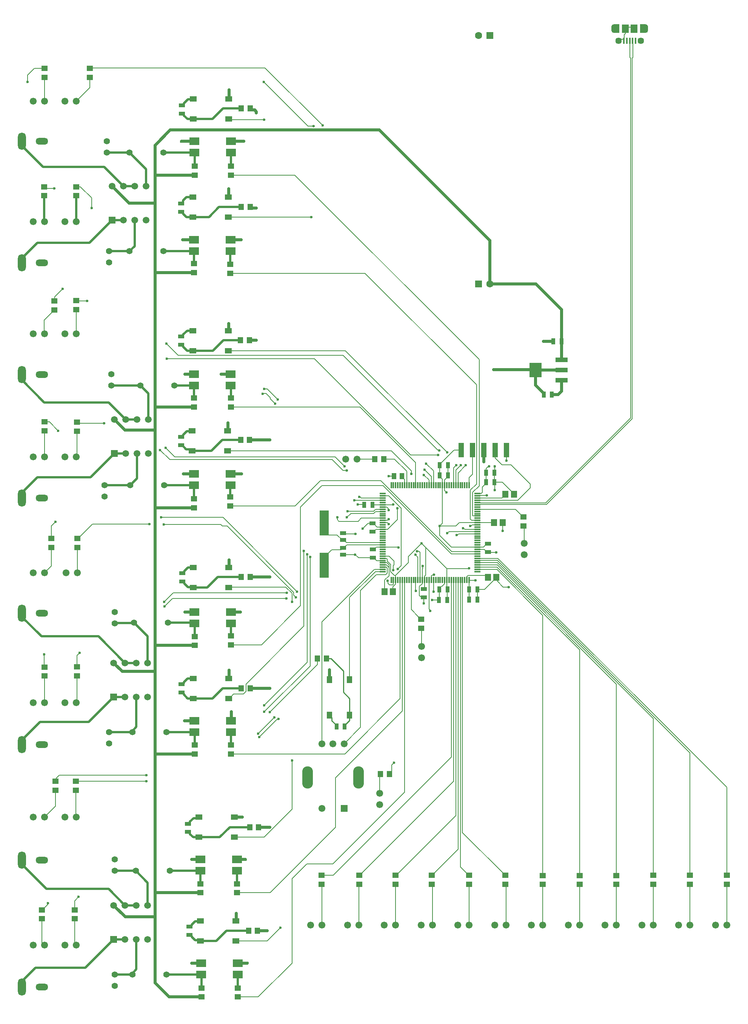
<source format=gtl>
G04*
G04 #@! TF.GenerationSoftware,Altium Limited,Altium Designer,25.3.3 (18)*
G04*
G04 Layer_Physical_Order=1*
G04 Layer_Color=255*
%FSLAX44Y44*%
%MOMM*%
G71*
G04*
G04 #@! TF.SameCoordinates,B03FB70F-F8BE-43E9-B780-EF2A816BF6E4*
G04*
G04*
G04 #@! TF.FilePolarity,Positive*
G04*
G01*
G75*
%ADD13C,0.2540*%
%ADD14C,0.1651*%
%ADD15C,0.5080*%
%ADD17C,0.5000*%
%ADD18R,1.5000X1.9000*%
%ADD19R,0.4000X1.3500*%
%ADD20R,0.3500X1.3500*%
%ADD21R,1.3500X0.3500*%
%ADD22R,1.4500X1.2000*%
%ADD23R,1.2700X3.1800*%
%ADD24R,0.9500X1.4000*%
%ADD25R,1.2000X1.4500*%
%ADD26R,1.3000X1.5500*%
%ADD27R,1.4000X0.9500*%
%ADD28R,1.5500X1.3000*%
%ADD29R,2.7000X1.0000*%
%ADD30R,2.7000X3.3000*%
%ADD31R,1.4000X1.5000*%
%ADD32R,1.4549X1.5562*%
%ADD33R,1.0000X1.3500*%
%ADD34R,2.1000X5.6000*%
%ADD35R,1.3500X0.9500*%
%ADD36R,2.2000X1.7000*%
%ADD57R,1.5500X1.5500*%
%ADD58C,1.5500*%
G04:AMPARAMS|DCode=59|XSize=2.4mm|YSize=5mm|CornerRadius=1.2mm|HoleSize=0mm|Usage=FLASHONLY|Rotation=180.000|XOffset=0mm|YOffset=0mm|HoleType=Round|Shape=RoundedRectangle|*
%AMROUNDEDRECTD59*
21,1,2.4000,2.6000,0,0,180.0*
21,1,0.0000,5.0000,0,0,180.0*
1,1,2.4000,0.0000,1.3000*
1,1,2.4000,0.0000,1.3000*
1,1,2.4000,0.0000,-1.3000*
1,1,2.4000,0.0000,-1.3000*
%
%ADD59ROUNDEDRECTD59*%
%ADD61C,0.6350*%
G04:AMPARAMS|DCode=62|XSize=1.524mm|YSize=0.762mm|CornerRadius=0mm|HoleSize=0mm|Usage=FLASHONLY|Rotation=270.000|XOffset=0mm|YOffset=0mm|HoleType=Round|Shape=RoundedRectangle|*
%AMROUNDEDRECTD62*
21,1,1.5240,0.7620,0,0,270.0*
21,1,1.5240,0.7620,0,0,270.0*
1,1,0.0000,-0.3810,-0.7620*
1,1,0.0000,-0.3810,0.7620*
1,1,0.0000,0.3810,0.7620*
1,1,0.0000,0.3810,-0.7620*
%
%ADD62ROUNDEDRECTD62*%
%ADD63C,1.4500*%
%ADD64O,1.8000X3.9000*%
%ADD65O,2.8000X1.5000*%
%ADD66C,1.5000*%
%ADD67R,1.5000X1.5000*%
%ADD68C,1.4000*%
%ADD69R,1.6000X1.6000*%
%ADD70C,1.6000*%
%ADD71C,0.6000*%
G36*
X1371720Y2276420D02*
Y2285420D01*
X1366720D01*
X1366720Y2276420D01*
X1371720D01*
D02*
G37*
G36*
X1384720Y2271420D02*
Y2290420D01*
X1371720D01*
Y2271420D01*
X1384720D01*
D02*
G37*
G36*
X1430720Y2290420D02*
Y2271420D01*
X1443720D01*
Y2290420D01*
X1430720D01*
D02*
G37*
G36*
X1443720Y2285420D02*
Y2276420D01*
X1448720D01*
X1448720Y2285420D01*
X1443720D01*
D02*
G37*
D13*
X765423Y792868D02*
Y840458D01*
X737200Y868680D02*
X765423Y840458D01*
X727390Y868680D02*
X737200D01*
X765423Y792868D02*
X779420Y778870D01*
Y741300D02*
Y778870D01*
X768350Y718530D02*
X779420Y729600D01*
Y741300D01*
X768350Y716280D02*
Y718530D01*
X749850Y716280D02*
Y718530D01*
X739650Y728730D02*
X749850Y718530D01*
X739650Y728730D02*
Y736070D01*
X734420Y741300D02*
X739650Y736070D01*
D14*
X1414790Y2216160D02*
Y2257070D01*
X1413250Y2214620D02*
X1414790Y2216160D01*
X1408290Y2216330D02*
X1410202Y2214418D01*
Y1407662D02*
Y2214418D01*
X1408290Y2216330D02*
Y2257070D01*
X1413250Y1406400D02*
Y2214620D01*
X942721Y1069388D02*
X943546Y1070213D01*
X1066370Y1218120D02*
X1067231Y1217259D01*
X868680Y1033780D02*
X876653D01*
X877620Y1034747D02*
Y1044370D01*
X1220947Y1214096D02*
X1411465Y1404614D01*
X1067231Y1217259D02*
X1074503D01*
X1074618Y1217144D01*
X1410202Y1407662D02*
X1410202D01*
X1219684Y1217144D02*
X1410202Y1407662D01*
X1074618Y1214096D02*
X1220947D01*
X1067231Y1213981D02*
X1074503D01*
X1411465Y1404614D02*
X1411465D01*
X1129080Y1236480D02*
Y1236980D01*
X1106170Y1318260D02*
Y1336040D01*
Y1318260D02*
X1121410Y1303020D01*
X1104900Y1245870D02*
Y1262994D01*
X1104244Y1263650D02*
X1104900Y1262994D01*
Y1285896D02*
Y1299210D01*
X1104244Y1285240D02*
X1104900Y1285896D01*
X1066370Y1233120D02*
X1067030Y1233780D01*
X1086460D02*
X1087120Y1234440D01*
X1067030Y1233780D02*
X1086460D01*
X1104244Y1263650D02*
X1121910D01*
X1148080Y1237480D01*
Y1236980D02*
Y1237480D01*
X1120795Y1228195D02*
X1129080Y1236480D01*
X1141730Y1303020D02*
X1184910Y1259840D01*
X1066445Y1228195D02*
X1120795D01*
X992620Y1245120D02*
X996950Y1240790D01*
X992620Y1245120D02*
Y1256870D01*
X1383290Y2257070D02*
X1395290D01*
X1066370Y1223120D02*
X1157080D01*
X1184910Y1250950D01*
X864870Y1042670D02*
X865775Y1041765D01*
X876653Y1033780D02*
X877620Y1034747D01*
X865775Y1036685D02*
X868680Y1033780D01*
X865775Y1036685D02*
Y1041765D01*
X1047900Y1043940D02*
X1061720D01*
X1047545Y1044295D02*
X1047900Y1043940D01*
X1047080Y1069940D02*
X1047750Y1070610D01*
X949960Y1117600D02*
X997620Y1069940D01*
X799064Y1094380D02*
X831850D01*
X791977Y1101467D02*
X799064Y1094380D01*
X820780Y1171300D02*
X830580D01*
X808990Y1159510D02*
X820780Y1171300D01*
X1053830Y1168120D02*
X1066370D01*
X949960Y1055370D02*
Y1117600D01*
X1184910Y1250950D02*
Y1259840D01*
X947620Y1053030D02*
X949960Y1055370D01*
X941070Y1126490D02*
X949960Y1117600D01*
X931146Y1108474D02*
X935071D01*
X937620Y1105925D01*
X942721Y1044471D02*
Y1069388D01*
X943546Y1075626D02*
X943610Y1075690D01*
X943546Y1070213D02*
Y1075626D01*
X1050290Y1245870D02*
X1064260Y1259840D01*
X1050290Y1181100D02*
X1053195Y1178195D01*
X97470Y1922780D02*
X116840D01*
X93980Y1926270D02*
X97470Y1922780D01*
X200660Y1878330D02*
Y1901190D01*
X175580Y1926270D02*
X200660Y1901190D01*
X166370Y1926270D02*
X175580D01*
X93980Y1596390D02*
Y1627190D01*
X116840Y1650050D01*
X110490Y1075690D02*
Y1121289D01*
X95250Y1060450D02*
X110490Y1075690D01*
Y1137760D02*
Y1165860D01*
X119380Y1174750D01*
X128270Y607060D02*
X323850D01*
X121374Y600164D02*
X128270Y607060D01*
X121374Y594924D02*
Y600164D01*
X119380Y592930D02*
X121374Y594924D01*
X95250Y513240D02*
X119380Y537370D01*
Y572930D01*
X946150Y991870D02*
Y1005480D01*
X964872Y999770D02*
X965152Y999490D01*
X980080D01*
X57150Y2161540D02*
Y2176780D01*
X72070Y2191700D01*
X95250D01*
X685800Y2062480D02*
X698500D01*
X586740Y2161540D02*
X685800Y2062480D01*
X166370Y2118360D02*
X196850Y2148840D01*
Y2171700D01*
Y2192970D02*
X589600Y2192970D01*
X1395290Y2257070D02*
Y2267032D01*
X1398290Y2270033D01*
Y2284070D01*
X1418290D01*
X1074618Y1217144D02*
X1219684D01*
X764540Y1101330D02*
X764677Y1101467D01*
X791977D01*
X765570Y1148080D02*
X792480D01*
X764540Y1149110D02*
X765570Y1148080D01*
X834100Y1094380D02*
X840360Y1088120D01*
X853870D01*
X797560Y1214120D02*
X811170D01*
X812440Y1212850D01*
X1104244Y1263650D02*
Y1285240D01*
X1108710Y1050290D02*
X1111021Y1047979D01*
X1123950Y1028700D02*
X1136650D01*
X1111021Y1041629D02*
X1123950Y1028700D01*
X1111021Y1041629D02*
Y1047979D01*
X1090570Y1106170D02*
X1108710D01*
X1089660Y1107080D02*
X1090570Y1106170D01*
X1110258Y1073120D02*
X1295400Y887978D01*
X1110646Y1078120D02*
X1377950Y810816D01*
X1111348Y1088195D02*
X1543050Y656493D01*
X1212850Y381950D02*
Y965140D01*
X1111035Y1083120D02*
X1460500Y733655D01*
X1109945Y1068045D02*
X1212850Y965140D01*
X1066445Y1068045D02*
X1109945D01*
X1111811Y1093120D02*
X1625600Y579331D01*
X1066370Y1073120D02*
X1110258D01*
X1295400Y381950D02*
Y887978D01*
X1082540Y1023620D02*
X1108710Y1049790D01*
X1065890Y1023620D02*
X1082540D01*
X1065890Y1000760D02*
Y1023620D01*
X980080Y999490D02*
X980440Y999850D01*
Y1023620D01*
X992620Y1035800D02*
Y1044370D01*
X986805Y1029985D02*
X992620Y1035800D01*
X984555Y1029985D02*
X986805D01*
X980440Y1023620D02*
Y1025870D01*
X984555Y1029985D01*
X1012620Y1295830D02*
X1018540Y1301750D01*
X1012620Y1256870D02*
Y1295830D01*
X1254799Y1468122D02*
X1255050Y1468373D01*
X734060Y821160D02*
X734420Y820800D01*
X1035060Y1160780D02*
X1037720Y1158120D01*
X1033780Y1160780D02*
X1035060D01*
X1037720Y1158120D02*
X1066370D01*
X998220Y1149350D02*
X998425D01*
X1002195Y1153120D01*
X1066370D01*
X1050290Y1165860D02*
X1051570D01*
X1053830Y1168120D01*
X1025253Y1173120D02*
X1066370D01*
X1103320D01*
X1053195Y1178195D02*
X1066295D01*
X1064260Y1259840D02*
Y1482090D01*
X446520Y185420D02*
X446680Y185580D01*
X549730D02*
X550117Y185966D01*
X524510Y280110D02*
X525083Y280683D01*
X444340Y417830D02*
X444500Y417990D01*
X545666D02*
X546126Y417531D01*
X521080Y512880D02*
X521280Y513080D01*
X430370Y1206500D02*
X430530Y1206660D01*
X600071Y1051560D02*
X600411Y1051220D01*
X508380Y1072790D02*
X509270Y1073680D01*
X508380Y823870D02*
X509270Y824760D01*
X546925Y811085D02*
X676910Y941070D01*
X519530Y788770D02*
X541240D01*
X676910Y941070D02*
Y1109980D01*
X541240Y788770D02*
X546925Y794455D01*
Y811085D01*
X513440Y728620D02*
X514350Y727710D01*
X513440Y728620D02*
Y728980D01*
X507110Y1603650D02*
X508000Y1604540D01*
X505840Y1378860D02*
X506730Y1379750D01*
X507110Y1903370D02*
X508000Y1904260D01*
X401802Y2027740D02*
X402252Y2028190D01*
X541671D02*
X541706Y2028225D01*
X508380Y2123080D02*
X509270Y2123970D01*
X1074503Y1213981D02*
X1074618Y1214096D01*
X742590Y382110D02*
X1007620Y647140D01*
Y1044370D02*
X1007695Y1044445D01*
X1007620Y647140D02*
Y1044370D01*
X1377950Y381950D02*
Y810816D01*
X1066370Y1093120D02*
X1111811D01*
X1027620Y400990D02*
Y1044370D01*
X1046500Y382110D02*
X1047750D01*
X1027620Y400990D02*
X1046500Y382110D01*
X1032620Y478520D02*
Y1044370D01*
X883900Y382110D02*
X1017620Y515830D01*
Y1044370D01*
X1066370Y1078120D02*
X1110646D01*
X1066370Y1083120D02*
X1111035D01*
X807985Y388725D02*
X1012620Y593360D01*
Y1044370D01*
X1066445Y1088195D02*
X1111348D01*
X970545Y388725D02*
X1022620Y440800D01*
Y1044370D01*
X1047750Y270510D02*
Y362110D01*
X1212850Y270510D02*
Y361950D01*
X963930Y382110D02*
X965180D01*
X970545Y387475D01*
Y388725D01*
X1295400Y270510D02*
Y361950D01*
X716280Y382110D02*
X742590D01*
X1625600D02*
Y579331D01*
X1460500Y270510D02*
Y362110D01*
X801370Y382110D02*
X802620D01*
X807985Y387475D01*
Y388725D01*
X882650Y382110D02*
X883900D01*
X1032620Y478520D02*
X1129030Y382110D01*
X1460500D02*
Y733655D01*
X1543050Y382110D02*
Y656493D01*
X1377950Y270510D02*
Y361950D01*
X1543050Y270510D02*
Y362110D01*
X882650Y270510D02*
Y362110D01*
X963930D02*
X965200Y360840D01*
Y270510D02*
Y360840D01*
X716280Y362110D02*
X717550Y360840D01*
Y270510D02*
Y360840D01*
X1129030Y362110D02*
X1130300Y360840D01*
Y270510D02*
Y360840D01*
X800100Y270510D02*
Y360840D01*
X801370Y362110D01*
X1625600Y270510D02*
Y362110D01*
X1066370Y1088120D02*
X1066445Y1088195D01*
X1066370Y1068120D02*
X1066445Y1068045D01*
X1411465Y1404614D02*
X1413250Y1406400D01*
X1066370Y1213120D02*
X1067231Y1213981D01*
X1023670Y1148120D02*
X1066370D01*
X1021090Y1145540D02*
X1023670Y1148120D01*
X1019810Y1145540D02*
X1021090D01*
X654050Y1010920D02*
X659130Y1005840D01*
X654050Y1010920D02*
Y1016308D01*
X504498Y1165860D02*
X654050Y1016308D01*
X494030Y1165860D02*
X504498D01*
X490733Y1169156D02*
X494030Y1165860D01*
X362300Y1169156D02*
X490733D01*
X202230Y1169670D02*
X330200D01*
X170160Y1137600D02*
X202230Y1169670D01*
X168910Y1137600D02*
X170160D01*
X669290Y986790D02*
Y1207770D01*
X383710Y1016000D02*
X638810D01*
X356543Y1184734D02*
X495476D01*
X661670Y1018540D01*
X509290Y1028700D02*
X636270D01*
X650240Y995680D02*
Y1014730D01*
X636270Y1028700D02*
X650240Y1014730D01*
X895350Y1076960D02*
Y1205230D01*
X887730Y1069340D02*
X895350Y1076960D01*
X882620Y1054295D02*
X911393Y1083067D01*
X867460Y1233120D02*
X895350Y1205230D01*
X911393Y1083067D02*
Y1096813D01*
X882620Y1044370D02*
Y1054295D01*
X877590Y1076975D02*
X878840Y1078225D01*
Y1087120D01*
X877590Y1066800D02*
Y1076975D01*
X911393Y1096813D02*
X941070Y1126490D01*
X1047545Y1022767D02*
Y1044295D01*
X882545Y1034910D02*
Y1044370D01*
X932545Y1044445D02*
Y1095645D01*
X927100Y1101090D02*
X932545Y1095645D01*
X867840Y1098120D02*
X878840Y1087120D01*
X853870Y1078120D02*
X853945Y1078045D01*
X862323D01*
X867605Y1072763D02*
Y1078035D01*
Y1053950D02*
Y1072763D01*
X871415Y1062795D02*
X879915Y1054295D01*
X862520Y1083120D02*
X867605Y1078035D01*
X853870Y1098120D02*
X867840D01*
X863795Y1087233D02*
X871415Y1079613D01*
X858154Y1044499D02*
X867605Y1053950D01*
X871415Y1062795D02*
Y1079613D01*
X862323Y1078045D02*
X867605Y1072763D01*
X932545Y1044445D02*
X932620Y1044370D01*
X937620D02*
Y1105925D01*
X930910Y1108710D02*
X931146Y1108474D01*
X879915Y1054295D02*
X881865D01*
X863795Y1087233D02*
Y1091185D01*
X853945Y1073045D02*
X861935D01*
X863795Y1071185D01*
X853870Y1083120D02*
X862520D01*
X863795Y1060055D02*
Y1071185D01*
X861935Y1093045D02*
X863795Y1091185D01*
X853945Y1093045D02*
X861935D01*
X1007785Y1118195D02*
X1066295D01*
X981710Y1144270D02*
X1007785Y1118195D01*
X981710Y1144270D02*
Y1165860D01*
X834515Y1068195D02*
X853795D01*
X717080Y950760D02*
X834515Y1068195D01*
X853870Y1173120D02*
X863923D01*
X867373Y1169670D01*
X867410D01*
X832830Y1171300D02*
X841010Y1163120D01*
X1047620Y1273680D02*
X1055370Y1281430D01*
X1047620Y1256870D02*
Y1273680D01*
X1066445Y1113045D02*
X1081515D01*
X1087410Y1107080D02*
X1089660D01*
X1081515Y1113045D02*
X1083295Y1111265D01*
Y1111195D02*
X1087410Y1107080D01*
X1083295Y1111195D02*
Y1111265D01*
X957695Y979065D02*
Y1044295D01*
Y979065D02*
X960120Y976640D01*
Y975360D02*
Y976640D01*
X917620Y978330D02*
Y1044370D01*
X853870Y1233120D02*
X867460D01*
X1042695Y1044445D02*
Y1052435D01*
X1044555Y1054295D02*
X1085705D01*
X1042695Y1052435D02*
X1044555Y1054295D01*
X987695Y1171845D02*
Y1256795D01*
X962620Y1256870D02*
Y1276390D01*
X947420Y1291590D02*
X962620Y1276390D01*
X773330Y1123120D02*
X853870D01*
X766540Y1116330D02*
X773330Y1123120D01*
X772530Y1128120D02*
X853870D01*
X1017620Y1256870D02*
Y1290670D01*
X947620Y1025450D02*
Y1053030D01*
X902620Y1256870D02*
Y1269980D01*
X805160Y1228120D02*
X853870D01*
X1055370Y1188939D02*
Y1240790D01*
X1066370Y1203120D02*
X1151320D01*
X997620Y1024940D02*
Y1044370D01*
X962620D02*
Y1053702D01*
X967968Y1055755D02*
X968873Y1056660D01*
X964673Y1055755D02*
X967968D01*
X962620Y1053702D02*
X964673Y1055755D01*
X897695Y750375D02*
Y1044295D01*
X803910Y1021080D02*
X839470Y1056640D01*
X987545Y1256945D02*
Y1270699D01*
X981604Y1276640D02*
X987545Y1270699D01*
X981604Y1278890D02*
Y1301750D01*
Y1276640D02*
Y1278890D01*
X805295Y1183195D02*
X853795D01*
X838150Y1158120D02*
X853870D01*
X830580Y1152800D02*
X832830D01*
X838150Y1158120D01*
X853945Y1118045D02*
X888555D01*
X889000Y1117600D01*
X834100Y1112880D02*
X839340Y1118120D01*
X831850Y1112880D02*
X834100D01*
X782320Y1193800D02*
X833518D01*
X774700Y1198880D02*
X833210D01*
X997620Y1069940D02*
X1047080D01*
X935975Y1009665D02*
X937989Y1007651D01*
X1074290Y1238120D02*
X1076960Y1240790D01*
X1007620Y1103120D02*
X1066370D01*
X927545Y1020635D02*
Y1044295D01*
Y1020635D02*
X928370Y1019810D01*
X864593Y1158120D02*
X886460Y1179987D01*
Y1205230D01*
X946150Y1280160D02*
X957620Y1268690D01*
X863175Y1208195D02*
X866505Y1204865D01*
X789995Y1223065D02*
X853815D01*
X902620Y568610D02*
Y1044370D01*
X967680Y1018600D02*
Y1044310D01*
X1008380Y1108120D02*
X1066370D01*
X779420Y1005480D02*
X837060Y1063120D01*
X853870Y1178120D02*
X863453D01*
X866433Y1181100D01*
X867410D01*
X853870Y1213120D02*
X875290D01*
X831210D02*
X853870D01*
X813910Y1732440D02*
X1064260Y1482090D01*
X892620Y778320D02*
Y1044370D01*
X876666Y1018540D02*
Y1029031D01*
X656430Y1952150D02*
X1069975Y1538605D01*
X853870Y1093120D02*
X853945Y1093045D01*
X853795Y1068195D02*
X853870Y1068120D01*
X1066370Y1113120D02*
X1066445Y1113045D01*
X987545Y1256945D02*
X987620Y1256870D01*
X987695Y1256795D01*
X1069975Y1255395D02*
Y1538605D01*
X1056114Y1188195D02*
X1066295D01*
X1066370Y1188120D01*
X837060Y1063120D02*
X853870D01*
X841010Y1163120D02*
X853870D01*
X833518Y1193800D02*
X837838Y1198120D01*
X853870D01*
X957620Y1044370D02*
X957695Y1044295D01*
X1042620Y1044370D02*
X1042695Y1044445D01*
X853870Y1158120D02*
X864593D01*
X853870Y1118120D02*
X853945Y1118045D01*
X839340Y1118120D02*
X853870D01*
X1066370Y1228120D02*
X1066445Y1228195D01*
X957620Y1256870D02*
Y1268690D01*
X927545Y1044295D02*
X927620Y1044370D01*
X1050290Y1181100D02*
Y1245870D01*
X1066295Y1178195D02*
X1066370Y1178120D01*
X935975Y1009665D02*
Y1030045D01*
X942389Y1036459D01*
Y1044139D02*
X942620Y1044370D01*
X942389Y1036459D02*
Y1044139D01*
X853870Y1088120D02*
X854005Y1088255D01*
X876666Y1029031D02*
X882545Y1034910D01*
X897620Y1044370D02*
X897695Y1044295D01*
X839470Y1056640D02*
X860380D01*
X863795Y1060055D01*
X853870Y1073120D02*
X853945Y1073045D01*
X853795Y1183195D02*
X853870Y1183120D01*
X833210Y1198880D02*
X837450Y1203120D01*
X853870D01*
X1066370Y1238120D02*
X1074290D01*
X853870Y1208120D02*
X853945Y1208195D01*
X863175D01*
X853815Y1223065D02*
X853870Y1223120D01*
X967620Y1044370D02*
X967680Y1044310D01*
X1066370Y1148120D02*
X1067025Y1147465D01*
X1066295Y1118195D02*
X1066370Y1118120D01*
X1121410Y1303020D02*
X1141730D01*
X768510Y654210D02*
X892620Y778320D01*
X513080Y654210D02*
X768510D01*
X967620Y1256870D02*
Y1289170D01*
X951230Y1305560D02*
X967620Y1289170D01*
X1087410Y1125580D02*
X1089660D01*
X1079950Y1118120D02*
X1087410Y1125580D01*
X1066370Y1118120D02*
X1079950D01*
X830940Y1212850D02*
X831210Y1213120D01*
X876290Y1214120D02*
X877570D01*
X875290Y1213120D02*
X876290Y1214120D01*
X1000104Y1276640D02*
Y1278890D01*
X992620Y1269156D02*
X1000104Y1276640D01*
X992620Y1256870D02*
Y1269156D01*
X967680Y1018600D02*
X967740Y1018540D01*
X741680Y407670D02*
X902620Y568610D01*
X683260Y407670D02*
X741680D01*
X650240Y374650D02*
X683260Y407670D01*
X650240Y185420D02*
Y374650D01*
X574520Y109700D02*
X650240Y185420D01*
X528320Y109700D02*
X574520D01*
X789940Y1223010D02*
X789995Y1223065D01*
X866505Y1202325D02*
X867410Y1201420D01*
X866505Y1202325D02*
Y1204865D01*
X1022695Y1284315D02*
X1040130Y1301750D01*
X1022695Y1256945D02*
Y1284315D01*
X1022620Y1256870D02*
X1022695Y1256945D01*
X927545D02*
X927620Y1256870D01*
X927545Y1256945D02*
Y1307655D01*
X802480Y1432720D02*
X927545Y1307655D01*
X513080Y1432720D02*
X802480D01*
X907620Y1256870D02*
X907695Y1256945D01*
Y1288135D01*
X880110Y1315720D02*
X907695Y1288135D01*
X855820Y1315720D02*
X880110D01*
X1085744Y1261400D02*
Y1263650D01*
X1076960Y1252616D02*
X1085744Y1261400D01*
X1076960Y1240790D02*
Y1252616D01*
X937989Y1007651D02*
X943979D01*
X946150Y1005480D01*
X773430Y1184910D02*
X782320Y1193800D01*
X751840Y1179840D02*
Y1184910D01*
Y1179840D02*
X755660Y1176020D01*
X798120D01*
X805295Y1183195D01*
X803910Y713960D02*
Y1021080D01*
X767080Y677130D02*
X803910Y713960D01*
X748030Y600710D02*
X897695Y750375D01*
X748030Y490220D02*
Y600710D01*
X601030Y343220D02*
X748030Y490220D01*
X527050Y343220D02*
X601030D01*
X997620Y1044370D02*
Y1069940D01*
Y1024940D02*
X998940Y1023620D01*
X1055370Y1188939D02*
X1056114Y1188195D01*
X1055370Y1240790D02*
X1069975Y1255395D01*
X513080Y1952150D02*
X656430D01*
X802650Y1230630D02*
X805160Y1228120D01*
X801370Y1230630D02*
X802650D01*
X946150Y1023980D02*
X947620Y1025450D01*
X766540Y1134110D02*
X772530Y1128120D01*
X764540Y1134110D02*
X766540D01*
X917620Y978330D02*
X933185Y962765D01*
Y961515D02*
Y962765D01*
Y961515D02*
X938550Y956150D01*
X939800D01*
X1103320Y1173120D02*
X1103680Y1173480D01*
X511810Y1732440D02*
X813910D01*
X854710Y1256030D02*
X1007620Y1103120D01*
X849040Y1267460D02*
X1008380Y1108120D01*
X779420Y820800D02*
Y1005480D01*
X713740Y1267460D02*
X849040D01*
X656750Y1210470D02*
X713740Y1267460D01*
X511810Y1210470D02*
X656750D01*
X1047390Y1022613D02*
X1047545Y1022767D01*
X717550Y1256030D02*
X854710D01*
X669290Y1207770D02*
X717550Y1256030D01*
X581820Y899320D02*
X669290Y986790D01*
X513080Y899320D02*
X581820D01*
X1047390Y1000760D02*
Y1022613D01*
X1168420Y1186020D02*
X1169670D01*
X1151320Y1203120D02*
X1168420Y1186020D01*
X896730Y1275870D02*
Y1277620D01*
Y1275870D02*
X902620Y1269980D01*
X1017620Y1290670D02*
X1028700Y1301750D01*
X764540Y1116330D02*
X766540D01*
X981710Y1165860D02*
X987695Y1171845D01*
X1085705Y1054295D02*
X1089710Y1050290D01*
X1055370Y1281430D02*
Y1336040D01*
X830580Y1171300D02*
X832830D01*
X1017992Y1165860D02*
X1025253Y1173120D01*
X981710Y1165860D02*
X1017992D01*
X717080Y677130D02*
Y950760D01*
X95250Y1399380D02*
X105570D01*
X125730Y1379220D01*
X354330Y1336040D02*
X375920Y1314450D01*
X740410D01*
X764540Y1290320D01*
X773430D01*
X918210Y1282700D02*
Y1289050D01*
X873400Y1333860D02*
X918210Y1289050D01*
X746760Y1320800D02*
X768350Y1299210D01*
X367030Y1341120D02*
X387350Y1320800D01*
X746760D01*
X167640Y1398110D02*
X170020Y1395730D01*
X228600D01*
X167320Y1670050D02*
X190500D01*
X166370Y1671000D02*
X167320Y1670050D01*
X369570Y1540510D02*
X700078D01*
X915978Y1324610D01*
X977900D01*
X979535Y1335675D02*
X980440Y1334770D01*
X394970Y1548130D02*
X764540D01*
X976995Y1335675D02*
X979535D01*
X764540Y1548130D02*
X976995Y1335675D01*
X368300Y1574800D02*
X394970Y1548130D01*
X118090Y1671300D02*
Y1679240D01*
X135890Y1697040D01*
X116840Y1670050D02*
X118090Y1671300D01*
X769796Y1558650D02*
X998025Y1330421D01*
X981604Y1304000D02*
X1013644Y1336040D01*
X1085744Y1285240D02*
Y1294024D01*
X508380Y1027790D02*
X509290Y1028700D01*
X363550Y995840D02*
X383710Y1016000D01*
X588010Y763270D02*
X684530Y859790D01*
Y1102360D01*
X690880Y851801D02*
Y1096010D01*
X382270Y1003300D02*
X637540D01*
X587854Y748775D02*
X690880Y851801D01*
X364490Y985520D02*
X382270Y1003300D01*
X167640Y875030D02*
X173990Y881380D01*
X167640Y849470D02*
Y875030D01*
X93980Y850580D02*
X95250Y849310D01*
X93980Y850580D02*
Y877570D01*
X601615Y1450880D02*
Y1453245D01*
X591820Y1463040D02*
X601615Y1453245D01*
Y1450880D02*
X612315Y1440180D01*
X1085744Y1263650D02*
Y1285240D01*
X594360Y1473200D02*
X618490Y1449070D01*
X588010Y1473200D02*
X594360D01*
X584128Y1462299D02*
X584869Y1463040D01*
X591820D01*
X1085744Y1294024D02*
X1090930Y1299210D01*
X1092200D01*
X1131570Y1311910D02*
Y1336040D01*
X600710Y748030D02*
X707390Y854710D01*
Y868680D01*
X507470Y1858010D02*
X693420D01*
X507110Y1858370D02*
X507470Y1858010D01*
X589600Y2192970D02*
X718820Y2063750D01*
X508380Y2078080D02*
X510010Y2076450D01*
X588010D01*
X507110Y1558650D02*
X769796D01*
X1013644Y1336040D02*
X1029970D01*
X505840Y1333860D02*
X873400D01*
X873885Y630035D02*
X878840Y634990D01*
Y635000D01*
X873885Y614965D02*
Y630035D01*
X868520Y609600D02*
X873885Y614965D01*
X509630Y778870D02*
X519530Y788770D01*
X508380Y778870D02*
X509630D01*
X722630Y1155220D02*
X732495Y1145355D01*
X751295D02*
X762540Y1134110D01*
X722630Y1155220D02*
Y1172720D01*
X732495Y1145355D02*
X751295D01*
X762540Y1134110D02*
X764540D01*
X760425Y1112215D02*
X764540Y1116330D01*
X722630Y1095220D02*
X739625Y1112215D01*
X760425D01*
X165100Y593090D02*
X323850D01*
X650240Y530770D02*
Y640080D01*
X587350Y467880D02*
X650240Y530770D01*
X521080Y467880D02*
X587350D01*
X88900Y304800D02*
X90150D01*
X101965Y316615D01*
Y319135D01*
X102870Y320040D01*
X574035Y700302D02*
X574303D01*
X610601Y736600D01*
X610870D01*
X616315Y731885D02*
X618855D01*
X576580Y692150D02*
X616315Y731885D01*
X1000104Y1278890D02*
Y1301750D01*
X618855Y731885D02*
X619760Y732790D01*
X162560Y325120D02*
X171450Y334010D01*
X162560Y304800D02*
Y325120D01*
X594066Y235110D02*
X623864Y264909D01*
X524510Y235110D02*
X594066D01*
X858154Y1018540D02*
Y1044499D01*
X981604Y1301750D02*
Y1304000D01*
X722630Y1077720D02*
Y1095220D01*
X835460Y1315360D02*
X835820Y1315720D01*
X795800Y1315360D02*
X835460D01*
X998580Y1023260D02*
X998940Y1023620D01*
X998580Y999490D02*
Y1023260D01*
X939800Y936150D02*
X941070Y934880D01*
Y895350D02*
Y934880D01*
X1169670Y1166020D02*
X1170940Y1164750D01*
Y1126490D02*
Y1164750D01*
X162560Y226220D02*
Y284800D01*
X88900Y226220D02*
Y284800D01*
X165100Y513240D02*
Y573090D01*
X167640Y769620D02*
Y829470D01*
X95250Y769620D02*
Y829310D01*
X168910Y1060450D02*
Y1117600D01*
X167640Y1320800D02*
Y1378110D01*
X95250Y1320800D02*
Y1379380D01*
X166370Y1596390D02*
Y1651000D01*
X847090Y566420D02*
Y608170D01*
X848520Y609600D01*
X95250Y2118360D02*
Y2171700D01*
X867410Y1277620D02*
X878730D01*
X1122680Y1154430D02*
Y1173480D01*
D15*
X166370Y1847850D02*
Y1906270D01*
X93980Y1847850D02*
Y1906270D01*
Y1442720D02*
X238760D01*
X42930Y1493770D02*
Y1505540D01*
Y1493770D02*
X93980Y1442720D01*
X493980Y1358900D02*
X534830D01*
X468940Y1333860D02*
X493980Y1358900D01*
X426340Y1333860D02*
X468940D01*
X422380Y1337820D02*
X426340Y1333860D01*
X412860Y1337820D02*
X422380D01*
X403570Y1347110D02*
X412860Y1337820D01*
X401320Y1347110D02*
X403570D01*
Y1365610D02*
X405780Y1367820D01*
Y1370070D01*
X413946Y1378236D01*
X425716D02*
X426340Y1378860D01*
X401320Y1365610D02*
X403570D01*
X413946Y1378236D02*
X425716D01*
X326390Y858520D02*
Y918210D01*
X295910Y948690D02*
X326390Y918210D01*
X327660Y1404620D02*
Y1463040D01*
X309880Y1480820D02*
X327660Y1463040D01*
X511810Y1752440D02*
Y1781450D01*
X512170Y1781810D01*
X430530Y1753710D02*
Y1781450D01*
X430170Y1781810D02*
X430530Y1781450D01*
Y1452720D02*
Y1480820D01*
X513080Y1452720D02*
Y1480270D01*
X512530Y1480820D02*
X513080Y1480270D01*
X511810Y1230470D02*
Y1256940D01*
X512170Y1257300D01*
X430530Y1226660D02*
Y1256940D01*
X430170Y1257300D02*
X430530Y1256940D01*
X513080Y919320D02*
Y947060D01*
X513440Y947420D01*
X431800Y917890D02*
Y947060D01*
X431440Y947420D02*
X431800Y947060D01*
X513080Y703220D02*
X513440Y703580D01*
X513080Y674210D02*
Y703220D01*
X431440Y703580D02*
X431800Y703220D01*
Y674210D02*
Y703220D01*
X527050Y363220D02*
Y392040D01*
X526500Y392590D02*
X527050Y392040D01*
X375920Y392430D02*
X444340D01*
X444500Y392590D01*
Y363220D02*
Y392590D01*
X528320Y159820D02*
X528680Y160180D01*
X528320Y129700D02*
Y159820D01*
X447040Y129540D02*
Y159820D01*
X446680Y160180D02*
X447040Y159820D01*
X446520Y160020D02*
X446680Y160180D01*
X368300Y160020D02*
X446520D01*
X292020Y160100D02*
X292100Y160020D01*
X252810Y160100D02*
X292020D01*
X252730Y160180D02*
X252810Y160100D01*
X292100Y160020D02*
Y162434D01*
X300990Y171324D01*
Y238920D01*
X250190D02*
X275590D01*
X74930Y175260D02*
X186530D01*
X41360Y141690D02*
X74930Y175260D01*
X186530D02*
X250190Y238920D01*
X41360Y132240D02*
Y141690D01*
X252730Y392590D02*
X252810Y392510D01*
X299640D01*
X299720Y392430D01*
X326390Y365760D01*
Y315120D02*
Y365760D01*
X238920Y351790D02*
X275590Y315120D01*
X300990D01*
X99060Y351790D02*
X238920D01*
X41360Y409490D02*
Y416720D01*
Y409490D02*
X99060Y351790D01*
X250190Y782320D02*
X275590D01*
X194310Y726440D02*
X250190Y782320D01*
X41910Y683260D02*
X85090Y726440D01*
X194310D01*
X41910Y675640D02*
Y683260D01*
X368300Y703580D02*
X431440D01*
X240030D02*
X292100D01*
Y705994D01*
X300990Y714884D01*
Y782320D01*
X430170Y948690D02*
X431440Y947420D01*
X372110Y948690D02*
X430170D01*
X252730Y947420D02*
X253365Y948055D01*
X295275D01*
X295910Y948690D01*
X275590Y858520D02*
X300990D01*
X42630Y963668D02*
X88088Y918210D01*
X215900D01*
X275590Y858520D01*
X42630Y963668D02*
Y970280D01*
X503080Y257970D02*
X552610D01*
X480220Y235110D02*
X503080Y257970D01*
X445010Y235110D02*
X480220D01*
X510490Y490380D02*
X555150D01*
X487990Y467880D02*
X510490Y490380D01*
X441580Y467880D02*
X487990D01*
X494615Y801370D02*
X536100D01*
X472115Y778870D02*
X494615Y801370D01*
X428880Y778870D02*
X472115D01*
X483870Y1051560D02*
X536100D01*
X460100Y1027790D02*
X483870Y1051560D01*
X428880Y1027790D02*
X460100D01*
X496255Y1582420D02*
X534670D01*
X472485Y1558650D02*
X496255Y1582420D01*
X427610Y1558650D02*
X472485D01*
X495250Y2101850D02*
X536100D01*
X471480Y2078080D02*
X495250Y2101850D01*
X428880Y2078080D02*
X471480D01*
X405330Y2108920D02*
X407540Y2111130D01*
Y2113380D02*
X416486Y2122326D01*
X428126D02*
X428880Y2123080D01*
X403080Y2108920D02*
X405330D01*
X407540Y2111130D02*
Y2113380D01*
X416486Y2122326D02*
X428126D01*
X403080Y2090420D02*
X405330D01*
X407540Y2088210D01*
Y2085960D02*
Y2088210D01*
Y2085960D02*
X415420Y2078080D01*
X428880D01*
X420370Y267220D02*
X422620D01*
X424830Y269430D02*
Y271680D01*
X432616Y279466D02*
X444366D01*
X422620Y267220D02*
X424830Y269430D01*
Y271680D02*
X432616Y279466D01*
X444366D02*
X445010Y280110D01*
X420370Y248720D02*
X422620D01*
X424830Y244260D02*
Y246510D01*
X432616Y236474D02*
X443646D01*
X422620Y248720D02*
X424830Y246510D01*
Y244260D02*
X432616Y236474D01*
X443646D02*
X445010Y235110D01*
X416560Y479500D02*
X418810D01*
X421020Y477290D01*
Y475040D02*
Y477290D01*
Y475040D02*
X428180Y467880D01*
X441580D01*
X416560Y498000D02*
X418810D01*
X421020Y500210D02*
Y502460D01*
X429100Y510540D01*
X439240D01*
X441580Y512880D01*
X418810Y498000D02*
X421020Y500210D01*
X402590Y792120D02*
X404840D01*
X407050Y789910D01*
Y787660D02*
Y789910D01*
Y787660D02*
X415840Y778870D01*
X428880D01*
X402590Y810620D02*
X404840D01*
X407050Y812830D01*
Y815080D01*
X415840Y823870D01*
X428880D01*
X403860Y1059540D02*
X406110D01*
X408320Y1061750D01*
Y1064000D02*
X416486Y1072166D01*
X428256D02*
X428880Y1072790D01*
X416486Y1072166D02*
X428256D01*
X408320Y1061750D02*
Y1064000D01*
X403860Y1041040D02*
X406110D01*
X408320Y1036580D02*
Y1038830D01*
X416486Y1028414D02*
X428256D01*
X406110Y1041040D02*
X408320Y1038830D01*
Y1036580D02*
X416486Y1028414D01*
X428256D02*
X428880Y1027790D01*
X401320Y1571900D02*
X403570D01*
X405780Y1569690D01*
Y1567440D02*
Y1569690D01*
Y1567440D02*
X414570Y1558650D01*
X427610D01*
X401320Y1590400D02*
X403570D01*
X405780Y1592610D01*
Y1594860D01*
X414570Y1603650D01*
X427610D01*
X413660Y1903370D02*
X427610D01*
X405780Y1891060D02*
Y1895490D01*
X403570Y1888850D02*
X405780Y1891060D01*
X401320Y1888850D02*
X403570D01*
X405780Y1895490D02*
X413660Y1903370D01*
X401320Y1870350D02*
X403570D01*
X405780Y1868140D01*
Y1865890D02*
Y1868140D01*
Y1865890D02*
X413300Y1858370D01*
X427610D01*
X463910D01*
X486410Y1880870D01*
X536100D01*
X513080Y1972150D02*
Y2002430D01*
X513440Y2002790D01*
X431800Y1972150D02*
Y2002430D01*
X431440Y2002790D02*
X431800Y2002430D01*
X287020Y1257300D02*
X302260Y1272540D01*
Y1328420D01*
X229870Y1257300D02*
X287020D01*
X363220D02*
X430170D01*
X251460Y1328420D02*
X276860D01*
X198120Y1275080D02*
X251460Y1328420D01*
X78830Y1275080D02*
X198120D01*
X42930Y1239180D02*
X78830Y1275080D01*
X42930Y1228680D02*
Y1239180D01*
X386080Y1480820D02*
X430530D01*
X245110D02*
X309880D01*
X276860Y1404620D02*
X302260D01*
X238760Y1442720D02*
X276860Y1404620D01*
X361950Y1781810D02*
X430170D01*
X240030D02*
X285750D01*
X297180Y1793240D01*
Y1851660D01*
X246380D02*
X271780D01*
X195580Y1800860D02*
X246380Y1851660D01*
X78740Y1800860D02*
X195580D01*
X44200Y1766320D02*
X78740Y1800860D01*
X44200Y1755820D02*
Y1766320D01*
X228600Y1971040D02*
X271780Y1927860D01*
X91440Y1971040D02*
X228600D01*
X44200Y2018280D02*
X91440Y1971040D01*
X44200Y2018280D02*
Y2028780D01*
X271780Y1927860D02*
X297180D01*
X285750Y2002790D02*
X322580Y1965960D01*
Y1927860D02*
Y1965960D01*
X234950Y2002790D02*
X285750D01*
X361950D02*
X431440D01*
D17*
X1374220Y2276420D02*
G03*
X1374220Y2276420I-2500J0D01*
G01*
Y2285420D02*
G03*
X1374220Y2285420I-2500J0D01*
G01*
X1446220Y2276420D02*
G03*
X1446220Y2276420I-2500J0D01*
G01*
Y2285420D02*
G03*
X1446220Y2285420I-2500J0D01*
G01*
D18*
X1397720Y2280920D02*
D03*
X1417720D02*
D03*
D19*
X1394720Y2253920D02*
D03*
X1401220D02*
D03*
X1407720D02*
D03*
X1414220D02*
D03*
X1420720D02*
D03*
D20*
X872620Y1256870D02*
D03*
X877620D02*
D03*
X882620D02*
D03*
X887620D02*
D03*
X892620D02*
D03*
X897620D02*
D03*
X902620D02*
D03*
X907620D02*
D03*
X912620D02*
D03*
X917620D02*
D03*
X922620D02*
D03*
X927620D02*
D03*
X932620D02*
D03*
X937620D02*
D03*
X942620D02*
D03*
X947620D02*
D03*
X952620D02*
D03*
X957620D02*
D03*
X962620D02*
D03*
X967620D02*
D03*
X972620D02*
D03*
X977620D02*
D03*
X982620D02*
D03*
X987620D02*
D03*
X992620D02*
D03*
X997620D02*
D03*
X1002620D02*
D03*
X1007620D02*
D03*
X1012620D02*
D03*
X1017620D02*
D03*
X1022620D02*
D03*
X1027620D02*
D03*
X1032620D02*
D03*
X1037620D02*
D03*
X1042620D02*
D03*
X1047620D02*
D03*
Y1044370D02*
D03*
X1042620D02*
D03*
X1037620D02*
D03*
X1032620D02*
D03*
X1027620D02*
D03*
X1022620D02*
D03*
X1017620D02*
D03*
X1012620D02*
D03*
X1007620D02*
D03*
X1002620D02*
D03*
X997620D02*
D03*
X992620D02*
D03*
X987620D02*
D03*
X982620D02*
D03*
X977620D02*
D03*
X972620D02*
D03*
X967620D02*
D03*
X962620D02*
D03*
X957620D02*
D03*
X952620D02*
D03*
X947620D02*
D03*
X942620D02*
D03*
X937620D02*
D03*
X932620D02*
D03*
X927620D02*
D03*
X922620D02*
D03*
X917620D02*
D03*
X912620D02*
D03*
X907620D02*
D03*
X902620D02*
D03*
X897620D02*
D03*
X892620D02*
D03*
X887620D02*
D03*
X882620D02*
D03*
X877620D02*
D03*
X872620D02*
D03*
D21*
X1066370Y1238120D02*
D03*
Y1233120D02*
D03*
Y1228120D02*
D03*
Y1223120D02*
D03*
Y1218120D02*
D03*
Y1213120D02*
D03*
Y1208120D02*
D03*
Y1203120D02*
D03*
Y1198120D02*
D03*
Y1193120D02*
D03*
Y1188120D02*
D03*
Y1183120D02*
D03*
Y1178120D02*
D03*
Y1173120D02*
D03*
Y1168120D02*
D03*
Y1163120D02*
D03*
Y1158120D02*
D03*
Y1153120D02*
D03*
Y1148120D02*
D03*
Y1143120D02*
D03*
Y1138120D02*
D03*
Y1133120D02*
D03*
Y1128120D02*
D03*
Y1123120D02*
D03*
Y1118120D02*
D03*
Y1113120D02*
D03*
Y1108120D02*
D03*
Y1103120D02*
D03*
Y1098120D02*
D03*
Y1093120D02*
D03*
Y1088120D02*
D03*
Y1083120D02*
D03*
Y1078120D02*
D03*
Y1073120D02*
D03*
Y1068120D02*
D03*
Y1063120D02*
D03*
X853870D02*
D03*
Y1068120D02*
D03*
Y1073120D02*
D03*
Y1078120D02*
D03*
Y1083120D02*
D03*
Y1088120D02*
D03*
Y1093120D02*
D03*
Y1098120D02*
D03*
Y1103120D02*
D03*
Y1108120D02*
D03*
Y1113120D02*
D03*
Y1118120D02*
D03*
Y1123120D02*
D03*
Y1128120D02*
D03*
Y1133120D02*
D03*
Y1138120D02*
D03*
Y1143120D02*
D03*
Y1148120D02*
D03*
Y1153120D02*
D03*
Y1158120D02*
D03*
Y1163120D02*
D03*
Y1168120D02*
D03*
Y1173120D02*
D03*
Y1178120D02*
D03*
Y1183120D02*
D03*
Y1188120D02*
D03*
Y1193120D02*
D03*
Y1198120D02*
D03*
Y1203120D02*
D03*
Y1208120D02*
D03*
Y1213120D02*
D03*
Y1218120D02*
D03*
Y1223120D02*
D03*
Y1228120D02*
D03*
Y1233120D02*
D03*
Y1238120D02*
D03*
D22*
X93980Y1906270D02*
D03*
Y1926270D02*
D03*
X166370Y1906270D02*
D03*
Y1926270D02*
D03*
X95250Y2171700D02*
D03*
Y2191700D02*
D03*
X716280Y382110D02*
D03*
Y362110D02*
D03*
X801370Y382110D02*
D03*
Y362110D02*
D03*
X882650Y382110D02*
D03*
Y362110D02*
D03*
X963930Y382110D02*
D03*
Y362110D02*
D03*
X1047750Y382110D02*
D03*
Y362110D02*
D03*
X1129030Y382110D02*
D03*
Y362110D02*
D03*
X1212850Y361950D02*
D03*
Y381950D02*
D03*
X1295400Y361950D02*
D03*
Y381950D02*
D03*
X1377950Y361950D02*
D03*
Y381950D02*
D03*
X1460500Y362110D02*
D03*
Y382110D02*
D03*
X1543050Y362110D02*
D03*
Y382110D02*
D03*
X1625600Y362110D02*
D03*
Y382110D02*
D03*
X1169670Y1166020D02*
D03*
Y1186020D02*
D03*
X939800Y936150D02*
D03*
Y956150D02*
D03*
X447040Y129540D02*
D03*
Y109540D02*
D03*
X528320Y109700D02*
D03*
Y129700D02*
D03*
X162560Y284800D02*
D03*
Y304800D02*
D03*
X88900D02*
D03*
Y284800D02*
D03*
X110490Y1117760D02*
D03*
Y1137760D02*
D03*
X168910Y1117600D02*
D03*
Y1137600D02*
D03*
X513080Y919320D02*
D03*
Y899320D02*
D03*
X431800Y897890D02*
D03*
Y917890D02*
D03*
X119380Y592930D02*
D03*
Y572930D02*
D03*
X165100Y593090D02*
D03*
Y573090D02*
D03*
X167640Y829470D02*
D03*
Y849470D02*
D03*
X431800Y654210D02*
D03*
Y674210D02*
D03*
X513080Y654210D02*
D03*
Y674210D02*
D03*
X95250Y829310D02*
D03*
Y849310D02*
D03*
X431800Y1972150D02*
D03*
Y1952150D02*
D03*
X430530Y1733710D02*
D03*
Y1432720D02*
D03*
Y1206660D02*
D03*
X444500Y343220D02*
D03*
X511810Y1210470D02*
D03*
Y1230470D02*
D03*
X196850Y2191700D02*
D03*
Y2171700D02*
D03*
X166370Y1671000D02*
D03*
Y1651000D02*
D03*
X116840Y1670050D02*
D03*
Y1650050D02*
D03*
X167640Y1398110D02*
D03*
Y1378110D02*
D03*
X95250Y1399380D02*
D03*
Y1379380D02*
D03*
X430530Y1753710D02*
D03*
Y1452720D02*
D03*
Y1226660D02*
D03*
X444500Y363220D02*
D03*
X513080Y1972150D02*
D03*
Y1952150D02*
D03*
X511810Y1752440D02*
D03*
Y1732440D02*
D03*
X513080Y1452720D02*
D03*
Y1432720D02*
D03*
X527050Y363220D02*
D03*
Y343220D02*
D03*
D23*
X1131570Y1336040D02*
D03*
X1106170D02*
D03*
X1080770D02*
D03*
X1055370D02*
D03*
X1029970D02*
D03*
D24*
X981604Y1301750D02*
D03*
X1000104D02*
D03*
X981604Y1278890D02*
D03*
X1000104D02*
D03*
X1214670Y1460500D02*
D03*
X1233170D02*
D03*
X1236620Y1579880D02*
D03*
X1255120D02*
D03*
X812440Y1212850D02*
D03*
X830940D02*
D03*
X1065890Y1000760D02*
D03*
X1047390D02*
D03*
X980080Y999490D02*
D03*
X998580D02*
D03*
X1065890Y1023620D02*
D03*
X1047390D02*
D03*
X1104244Y1263650D02*
D03*
X1085744D02*
D03*
X1104244Y1285240D02*
D03*
X1085744D02*
D03*
X980440Y1023620D02*
D03*
X998940D02*
D03*
X749850Y716280D02*
D03*
X768350D02*
D03*
D25*
X835820Y1315720D02*
D03*
X855820D02*
D03*
X575150Y490380D02*
D03*
X555150D02*
D03*
X707390Y868680D02*
D03*
X727390D02*
D03*
X552610Y257970D02*
D03*
X572610D02*
D03*
X556100Y1880870D02*
D03*
X536100D02*
D03*
X556100Y2101850D02*
D03*
X536100D02*
D03*
Y801370D02*
D03*
X556100D02*
D03*
X536100Y1051560D02*
D03*
X556100D02*
D03*
X554670Y1582420D02*
D03*
X534670D02*
D03*
X554830Y1358900D02*
D03*
X534830D02*
D03*
X848520Y609600D02*
D03*
X868520D02*
D03*
D26*
X734420Y741300D02*
D03*
Y820800D02*
D03*
X779420Y741300D02*
D03*
Y820800D02*
D03*
D27*
X420370Y248720D02*
D03*
Y267220D02*
D03*
X403080Y2108920D02*
D03*
Y2090420D02*
D03*
X416560Y498000D02*
D03*
Y479500D02*
D03*
X403860Y1041040D02*
D03*
Y1059540D02*
D03*
X401320Y1888850D02*
D03*
Y1870350D02*
D03*
Y1365610D02*
D03*
Y1347110D02*
D03*
X1089660Y1107080D02*
D03*
Y1125580D02*
D03*
X946150Y1005480D02*
D03*
Y1023980D02*
D03*
X830580Y1171300D02*
D03*
Y1152800D02*
D03*
X831850Y1094380D02*
D03*
Y1112880D02*
D03*
X401320Y1590400D02*
D03*
Y1571900D02*
D03*
X402590Y810620D02*
D03*
Y792120D02*
D03*
D28*
X524510Y235110D02*
D03*
X445010D02*
D03*
X524510Y280110D02*
D03*
X445010D02*
D03*
X428880Y2123080D02*
D03*
X508380D02*
D03*
X428880Y2078080D02*
D03*
X508380D02*
D03*
X521080Y467880D02*
D03*
X441580D02*
D03*
X521080Y512880D02*
D03*
X441580D02*
D03*
X508380Y778870D02*
D03*
X428880D02*
D03*
X508380Y823870D02*
D03*
X428880D02*
D03*
X508380Y1027790D02*
D03*
X428880D02*
D03*
X508380Y1072790D02*
D03*
X428880D02*
D03*
X427610Y1903370D02*
D03*
X507110D02*
D03*
X427610Y1858370D02*
D03*
X507110D02*
D03*
X427610Y1603650D02*
D03*
X507110D02*
D03*
X427610Y1558650D02*
D03*
X507110D02*
D03*
X426340Y1378860D02*
D03*
X505840D02*
D03*
X426340Y1333860D02*
D03*
X505840D02*
D03*
D29*
X1255050Y1492110D02*
D03*
Y1515110D02*
D03*
Y1538110D02*
D03*
D30*
X1196050Y1515110D02*
D03*
D31*
X1148080Y1236980D02*
D03*
X1129080D02*
D03*
X1108710Y1050290D02*
D03*
X1089710D02*
D03*
X1103680Y1173480D02*
D03*
X1122680D02*
D03*
D32*
X858154Y1018540D02*
D03*
X876666D02*
D03*
D33*
X896730Y1277620D02*
D03*
X878730D02*
D03*
D34*
X722630Y1172720D02*
D03*
Y1077720D02*
D03*
D35*
X764540Y1101330D02*
D03*
Y1116330D02*
D03*
Y1149110D02*
D03*
Y1134110D02*
D03*
D36*
X528680Y160180D02*
D03*
Y185580D02*
D03*
X446680D02*
D03*
Y160180D02*
D03*
X513440Y947420D02*
D03*
Y972820D02*
D03*
X431440D02*
D03*
Y947420D02*
D03*
X513440Y703580D02*
D03*
Y728980D02*
D03*
X431440D02*
D03*
Y703580D02*
D03*
Y2002790D02*
D03*
Y2028190D02*
D03*
X513440D02*
D03*
Y2002790D02*
D03*
X430170Y1781810D02*
D03*
Y1807210D02*
D03*
X512170D02*
D03*
Y1781810D02*
D03*
X430530Y1480820D02*
D03*
Y1506220D02*
D03*
X512530D02*
D03*
Y1480820D02*
D03*
X430170Y1257300D02*
D03*
Y1282700D02*
D03*
X512170D02*
D03*
Y1257300D02*
D03*
X444500Y392590D02*
D03*
Y417990D02*
D03*
X526500D02*
D03*
Y392590D02*
D03*
D57*
X767080Y532130D02*
D03*
D58*
X795800Y1315360D02*
D03*
X770400D02*
D03*
X847090Y541020D02*
D03*
Y566420D02*
D03*
X692150Y270510D02*
D03*
X717550D02*
D03*
X774700D02*
D03*
X800100D02*
D03*
X857250D02*
D03*
X882650D02*
D03*
X939800D02*
D03*
X965200D02*
D03*
X1022350D02*
D03*
X1047750D02*
D03*
X1104900D02*
D03*
X1130300D02*
D03*
X1212850D02*
D03*
X1187450D02*
D03*
X1295400D02*
D03*
X1270000D02*
D03*
X1377950D02*
D03*
X1352550D02*
D03*
X1460500D02*
D03*
X1435100D02*
D03*
X1625600D02*
D03*
X1600200D02*
D03*
X1543050D02*
D03*
X1517650D02*
D03*
X1170940Y1126490D02*
D03*
Y1101090D02*
D03*
X941070Y895350D02*
D03*
Y869950D02*
D03*
X95250Y2118360D02*
D03*
X69850D02*
D03*
X166370Y1320800D02*
D03*
X140970D02*
D03*
X95250D02*
D03*
X69850D02*
D03*
Y226220D02*
D03*
X95250D02*
D03*
X166370D02*
D03*
X140970D02*
D03*
X168910Y1060450D02*
D03*
X143510D02*
D03*
X95250D02*
D03*
X69850D02*
D03*
X95250Y513240D02*
D03*
X69850D02*
D03*
X166370D02*
D03*
X140970D02*
D03*
X166370Y769620D02*
D03*
X140970D02*
D03*
X95250D02*
D03*
X69850D02*
D03*
X717080Y532130D02*
D03*
X767080Y677130D02*
D03*
X742080D02*
D03*
X717080D02*
D03*
X140970Y2118360D02*
D03*
X166370D02*
D03*
X140970Y1847850D02*
D03*
X166370D02*
D03*
X69850D02*
D03*
X95250D02*
D03*
X140970Y1596390D02*
D03*
X166370D02*
D03*
X69850D02*
D03*
X95250D02*
D03*
D59*
X799080Y602130D02*
D03*
X685080D02*
D03*
D61*
X1080770Y1309370D02*
Y1336040D01*
X734060Y821160D02*
Y843280D01*
X1247177Y1460500D02*
X1254799Y1468122D01*
X1233170Y1460500D02*
X1247177D01*
X1255050Y1468373D02*
Y1492110D01*
X425450Y185420D02*
X446520D01*
X528680Y185580D02*
X549730D01*
X525083Y280683D02*
Y296805D01*
X425450Y417830D02*
X444340D01*
X526500Y417990D02*
X545666D01*
X521280Y513080D02*
X538480D01*
X342900Y1206500D02*
X430370D01*
X342900D02*
Y1380490D01*
X556100Y1051560D02*
X600071D01*
X509270Y1073680D02*
Y1089660D01*
X410210Y972820D02*
X431440D01*
X513440D02*
X534670D01*
X509270Y824760D02*
Y842010D01*
X514350Y727710D02*
Y749300D01*
X408940Y728980D02*
X431440D01*
X508000Y1604540D02*
Y1619250D01*
X410210Y1506220D02*
X430530D01*
X491490D02*
X512530D01*
X506730Y1379750D02*
Y1397000D01*
X512170Y1282700D02*
X537210D01*
X406400D02*
X430170D01*
X405130Y1807210D02*
X430170D01*
X512170D02*
X535940D01*
X508000Y1904260D02*
Y1921510D01*
X402252Y2028190D02*
X431440D01*
X513440D02*
X541671D01*
X509270Y2123970D02*
Y2143760D01*
X1102360Y1516380D02*
X1194780D01*
X1196050Y1515110D01*
X1197095Y1708404D02*
X1255120Y1650379D01*
Y1582130D02*
Y1650379D01*
X1093978Y1708404D02*
X1197095D01*
X1214670Y1460500D02*
Y1462750D01*
X1196050Y1515110D02*
X1255050D01*
X1196050Y1481370D02*
X1214670Y1462750D01*
X1196050Y1481370D02*
Y1515110D01*
X1255050Y1538110D02*
X1255120Y1538180D01*
Y1579880D01*
X1214120D02*
X1236620D01*
X1093978Y1708404D02*
Y1805432D01*
X845820Y2053590D02*
X1093978Y1805432D01*
X342900Y2019300D02*
X377190Y2053590D01*
X845820D01*
X342900Y1952150D02*
Y2019300D01*
X251460Y1404620D02*
X275590Y1380490D01*
X342900D01*
X343060Y1733710D02*
X430530D01*
X342900Y1733550D02*
Y1889760D01*
X284480D02*
X342900D01*
X246380Y1927860D02*
X284480Y1889760D01*
X554830Y1358900D02*
X600710D01*
X556100Y801370D02*
X600710D01*
X600550Y490380D02*
X600710Y490220D01*
X575150Y490380D02*
X600550D01*
X572610Y257970D02*
X572770Y257810D01*
X594360D01*
X554670Y1582420D02*
X570230D01*
X558640Y1878330D02*
X570230D01*
X556100Y1880870D02*
X558640Y1878330D01*
X558925Y2098240D02*
X566510D01*
X556100Y2101065D02*
Y2101850D01*
Y2101065D02*
X558925Y2098240D01*
X570230Y2091690D02*
Y2094520D01*
X566510Y2098240D02*
X570230Y2094520D01*
X342900Y140970D02*
Y289560D01*
X275750D02*
X342900D01*
Y344170D01*
Y140970D02*
X374330Y109540D01*
X447040D01*
X342900Y344170D02*
X343850Y343220D01*
X444500D01*
X342900Y344170D02*
Y654050D01*
X343060Y654210D01*
X431800D01*
X342900Y654050D02*
Y839470D01*
X269240D02*
X342900D01*
X250190Y858520D02*
X269240Y839470D01*
X342900D02*
Y897890D01*
X431800D01*
X342900D02*
Y1206500D01*
Y1433830D02*
X344010Y1432720D01*
X430530D01*
X342900Y1433830D02*
Y1733550D01*
Y1380490D02*
Y1433830D01*
Y1733550D02*
X343060Y1733710D01*
X250190Y315120D02*
X275750Y289560D01*
X342900Y1889760D02*
Y1952150D01*
X431800D01*
D62*
X1442720Y2280920D02*
D03*
X1372720D02*
D03*
D63*
X1432720Y2253920D02*
D03*
X1382720D02*
D03*
D64*
X44000Y1755648D02*
D03*
Y2028698D02*
D03*
Y1505458D02*
D03*
Y1228598D02*
D03*
Y416560D02*
D03*
Y970280D02*
D03*
Y675640D02*
D03*
Y132080D02*
D03*
D65*
X89000Y1755648D02*
D03*
Y2028698D02*
D03*
Y1505458D02*
D03*
Y1228598D02*
D03*
Y416560D02*
D03*
Y970280D02*
D03*
Y675640D02*
D03*
Y132080D02*
D03*
D66*
X326390Y315120D02*
D03*
X300990D02*
D03*
X275590D02*
D03*
X250190D02*
D03*
X326390Y238920D02*
D03*
X300990D02*
D03*
X275590D02*
D03*
X250190Y858520D02*
D03*
X326390D02*
D03*
X300990D02*
D03*
X275590D02*
D03*
X326390Y782320D02*
D03*
X300990D02*
D03*
X275590D02*
D03*
X246380Y1927860D02*
D03*
X251460Y1404620D02*
D03*
X327660D02*
D03*
X302260D02*
D03*
X276860D02*
D03*
X327660Y1328420D02*
D03*
X302260D02*
D03*
X276860D02*
D03*
X271780Y1851660D02*
D03*
X297180D02*
D03*
X322580D02*
D03*
X271780Y1927860D02*
D03*
X297180D02*
D03*
X322580D02*
D03*
D67*
X250190Y238920D02*
D03*
Y782320D02*
D03*
X251460Y1328420D02*
D03*
X246380Y1851660D02*
D03*
D68*
X285750Y2002790D02*
D03*
X361950D02*
D03*
X234950Y2028190D02*
D03*
Y2002790D02*
D03*
X252730Y134780D02*
D03*
Y160180D02*
D03*
X292100Y160020D02*
D03*
X368300D02*
D03*
X295910Y948690D02*
D03*
X372110D02*
D03*
X252730Y972820D02*
D03*
Y947420D02*
D03*
X240030Y678180D02*
D03*
Y703580D02*
D03*
X292100D02*
D03*
X368300D02*
D03*
X240030Y1781810D02*
D03*
Y1756410D02*
D03*
X361950Y1781810D02*
D03*
X285750D02*
D03*
X245110Y1480820D02*
D03*
Y1506220D02*
D03*
X229870Y1257300D02*
D03*
Y1231900D02*
D03*
X386080Y1480820D02*
D03*
X309880D02*
D03*
X363220Y1257300D02*
D03*
X287020D02*
D03*
X252730Y392590D02*
D03*
Y417990D02*
D03*
X375920Y392430D02*
D03*
X299720D02*
D03*
D69*
X1068578Y1708404D02*
D03*
X1093978Y2265680D02*
D03*
D70*
Y1708404D02*
D03*
X1068578Y2265680D02*
D03*
D71*
X998220Y1149350D02*
D03*
X943610Y1075690D02*
D03*
X808990Y1159510D02*
D03*
X1050290Y1165860D02*
D03*
X1087120Y1234440D02*
D03*
X1104900Y1299210D02*
D03*
Y1245870D02*
D03*
X996950Y1240790D02*
D03*
X930910Y1108710D02*
D03*
X864870Y1042670D02*
D03*
X1047750Y1070610D02*
D03*
X1061720Y1043940D02*
D03*
X116840Y1922780D02*
D03*
X200660Y1878330D02*
D03*
X119380Y1174750D02*
D03*
X946150Y991870D02*
D03*
X964872Y999770D02*
D03*
X57150Y2161540D02*
D03*
X586740D02*
D03*
X791977Y1101467D02*
D03*
X792480Y1148080D02*
D03*
X797560Y1214120D02*
D03*
X867410Y1277620D02*
D03*
X1136650Y1028700D02*
D03*
X1108710Y1106170D02*
D03*
X1080770Y1309370D02*
D03*
X734060Y843280D02*
D03*
X1254799Y1468122D02*
D03*
X1033780Y1160780D02*
D03*
X425450Y185420D02*
D03*
X550117Y185966D02*
D03*
X525083Y296805D02*
D03*
X425450Y417830D02*
D03*
X546126Y417531D02*
D03*
X538480Y513080D02*
D03*
X342900Y1206500D02*
D03*
X600411Y1051220D02*
D03*
X509270Y1089660D02*
D03*
X410210Y972820D02*
D03*
X534670D02*
D03*
X509270Y842010D02*
D03*
X514350Y749300D02*
D03*
X408940Y728980D02*
D03*
X508000Y1619250D02*
D03*
X410210Y1506220D02*
D03*
X491490D02*
D03*
X506730Y1397000D02*
D03*
X537210Y1282700D02*
D03*
X406400D02*
D03*
X405130Y1807210D02*
D03*
X535940D02*
D03*
X508000Y1921510D02*
D03*
X401802Y2027740D02*
D03*
X541706Y2028225D02*
D03*
X509270Y2143760D02*
D03*
X1214120Y1579880D02*
D03*
X1019810Y1145540D02*
D03*
X659130Y1005840D02*
D03*
X362300Y1169156D02*
D03*
X330200Y1169670D02*
D03*
X638810Y1016000D02*
D03*
X356543Y1184734D02*
D03*
X661670Y1018540D02*
D03*
X650240Y995680D02*
D03*
X887730Y1069340D02*
D03*
X877590Y1066800D02*
D03*
X927100Y1101090D02*
D03*
X867410Y1201420D02*
D03*
X877570Y1214120D02*
D03*
X886460Y1205230D02*
D03*
X867410Y1181100D02*
D03*
X968873Y1056660D02*
D03*
X125730Y1379220D02*
D03*
X354330Y1336040D02*
D03*
X773430Y1290320D02*
D03*
X918210Y1282700D02*
D03*
X947420Y1291590D02*
D03*
X228600Y1395730D02*
D03*
X367030Y1341120D02*
D03*
X768350Y1299210D02*
D03*
X951230Y1305560D02*
D03*
X190500Y1670050D02*
D03*
X369570Y1540510D02*
D03*
X977900Y1324610D02*
D03*
X1018540Y1301750D02*
D03*
X1028700D02*
D03*
X135890Y1697040D02*
D03*
X368300Y1574800D02*
D03*
X980440Y1334770D02*
D03*
X998025Y1330421D02*
D03*
X867410Y1169670D02*
D03*
X690880Y1096010D02*
D03*
X684530Y1102360D02*
D03*
X773430Y1184910D02*
D03*
X637540Y1003300D02*
D03*
X774700Y1198880D02*
D03*
X751840Y1184910D02*
D03*
X676910Y1109980D02*
D03*
X364490Y985520D02*
D03*
X173990Y881380D02*
D03*
X93980Y877570D02*
D03*
X363550Y995840D02*
D03*
X612315Y1440180D02*
D03*
X889000Y1117600D02*
D03*
X618490Y1449070D02*
D03*
X588010Y1473200D02*
D03*
X584128Y1462299D02*
D03*
X1092200Y1299210D02*
D03*
X1131570Y1311910D02*
D03*
X600710Y748030D02*
D03*
X928370Y1019810D02*
D03*
X693420Y1858010D02*
D03*
X698500Y2062480D02*
D03*
X718820Y2063750D02*
D03*
X967740Y1018540D02*
D03*
X1102360Y1516380D02*
D03*
X588010Y2076450D02*
D03*
X960120Y975360D02*
D03*
X1040130Y1301750D02*
D03*
X946150Y1280160D02*
D03*
X878840Y635000D02*
D03*
X588010Y763270D02*
D03*
X323850Y607060D02*
D03*
X587854Y748775D02*
D03*
X323850Y593090D02*
D03*
X650240Y640080D02*
D03*
X102870Y320040D02*
D03*
X574035Y700302D02*
D03*
X610870Y736600D02*
D03*
X801370Y1230630D02*
D03*
X789940Y1223010D02*
D03*
X619760Y732790D02*
D03*
X576580Y692150D02*
D03*
X171450Y334010D02*
D03*
X623864Y264909D02*
D03*
X981710Y1165860D02*
D03*
X941070Y1126490D02*
D03*
X600710Y1358900D02*
D03*
Y801370D02*
D03*
Y490220D02*
D03*
X594360Y257810D02*
D03*
X570230Y1582420D02*
D03*
Y1878330D02*
D03*
Y2091690D02*
D03*
X1122680Y1154430D02*
D03*
M02*

</source>
